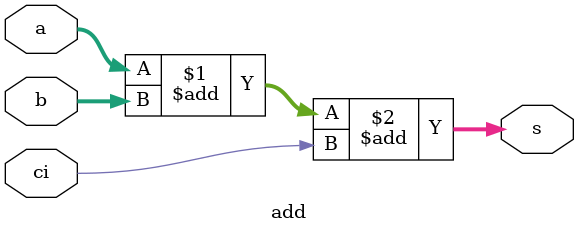
<source format=v>
`timescale 1ns / 1ps


module alu(a,b,aluc,r,z);
    input [31:0]a,b;
    input [3:0]aluc;
    output  [31:0]r;
    output  z;
    wire [31:0] d_and = a & b;
    wire [31:0] d_or = a | b;
    wire [31:0] d_xor = a ^ b;
    wire [31:0] d_lui={b[15:0],16'h0};
    wire [31:0] d_and_or=aluc[2]?d_or:d_and;
    wire [31:0] d_xor_lui=aluc[2]?d_lui:d_xor;
    wire [31:0] d_as,s_sh;
    addsub addsub(a,b,aluc[2],d_as);
    shift shift (b,a[4:0],aluc[2],aluc[3],d_sh);
    mux4 mux4 (d_as,d_and_or,d_xor_lui,d_sh,aluc[1:0],r);
    assign z=~|r;
endmodule

module mux4(a0,a1,a2,a3,s,y);
    input [31:0]a0,a1,a2,a3;
    input [1:0]s;
    output [31:0]y;
    function [31:0] select;
    input[31:0]a0,a1,a2,a3;
    input[1:0]s;
    case(s)
        0:select=a0;
        1:select=a1;
        2:select=a2;
        3:select=a3;
    endcase
    endfunction
    assign y = select(a0,a1,a2,a3,s);
endmodule
       
module addsub(a,b,sub,s);
    input [31:0] a,b;
    input sub;
    output [31:0]s;
    add add(a,b^{32{sub}},sub,s);
endmodule

module shift(d,sa,right,arith,sh);
    input[31:0]d;
    input[4:0]sa;
    input right,arith;
    output [31:0]sh;
    reg [31:0]sh;
    always @(*)
        begin if(!right)begin
            sh=d<<sa;
        end else if(!arith)begin
            sh=d>>sa;
        end else begin
            sh=$signed(d)>>>sa;
        end end
endmodule

module mux2 (a0,a1,s,y);
    input [31:0]a0,a1;
    input s;
    output [31:0]y;
    assign y=s?a1:a0;
endmodule

module mux2_5 (a0,a1,s,y);
    input [4:0]a0,a1;
    input s;
    output [4:0]y;
    assign y=s?a1:a0;
endmodule

module add(a, b, ci, s);
	input [31:0] a, b;
	input ci;
	output [31:0] s;
	assign s=a+b+ci;
endmodule
  
</source>
